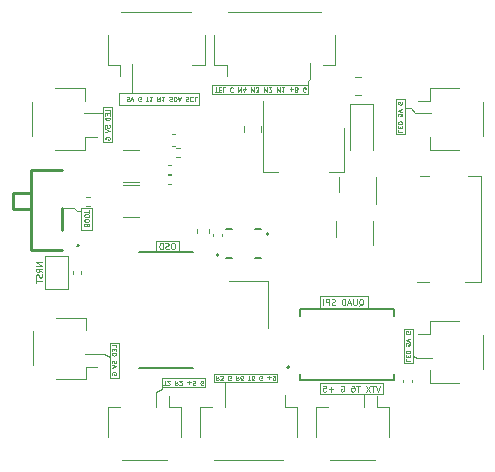
<source format=gbr>
%TF.GenerationSoftware,KiCad,Pcbnew,(6.0.4)*%
%TF.CreationDate,2023-01-18T12:07:05-06:00*%
%TF.ProjectId,Flight_Controller,466c6967-6874-45f4-936f-6e74726f6c6c,rev?*%
%TF.SameCoordinates,Original*%
%TF.FileFunction,Legend,Bot*%
%TF.FilePolarity,Positive*%
%FSLAX46Y46*%
G04 Gerber Fmt 4.6, Leading zero omitted, Abs format (unit mm)*
G04 Created by KiCad (PCBNEW (6.0.4)) date 2023-01-18 12:07:05*
%MOMM*%
%LPD*%
G01*
G04 APERTURE LIST*
%ADD10C,0.101600*%
%ADD11C,0.076200*%
%ADD12C,0.050800*%
%ADD13C,0.120000*%
%ADD14C,0.127000*%
%ADD15C,0.200000*%
%ADD16C,0.254000*%
%ADD17C,0.100000*%
G04 APERTURE END LIST*
D10*
X129200000Y-78550000D02*
X131110000Y-78550000D01*
X131110000Y-78550000D02*
X131110000Y-77650000D01*
X131110000Y-77650000D02*
X129200000Y-77650000D01*
X129200000Y-77650000D02*
X129200000Y-78550000D01*
D11*
X130684285Y-77821809D02*
X130587523Y-77821809D01*
X130539142Y-77846000D01*
X130490761Y-77894380D01*
X130466571Y-77991142D01*
X130466571Y-78160476D01*
X130490761Y-78257238D01*
X130539142Y-78305619D01*
X130587523Y-78329809D01*
X130684285Y-78329809D01*
X130732666Y-78305619D01*
X130781047Y-78257238D01*
X130805238Y-78160476D01*
X130805238Y-77991142D01*
X130781047Y-77894380D01*
X130732666Y-77846000D01*
X130684285Y-77821809D01*
X130273047Y-78305619D02*
X130200476Y-78329809D01*
X130079523Y-78329809D01*
X130031142Y-78305619D01*
X130006952Y-78281428D01*
X129982761Y-78233047D01*
X129982761Y-78184666D01*
X130006952Y-78136285D01*
X130031142Y-78112095D01*
X130079523Y-78087904D01*
X130176285Y-78063714D01*
X130224666Y-78039523D01*
X130248857Y-78015333D01*
X130273047Y-77966952D01*
X130273047Y-77918571D01*
X130248857Y-77870190D01*
X130224666Y-77846000D01*
X130176285Y-77821809D01*
X130055333Y-77821809D01*
X129982761Y-77846000D01*
X129765047Y-78329809D02*
X129765047Y-77821809D01*
X129644095Y-77821809D01*
X129571523Y-77846000D01*
X129523142Y-77894380D01*
X129498952Y-77942761D01*
X129474761Y-78039523D01*
X129474761Y-78112095D01*
X129498952Y-78208857D01*
X129523142Y-78257238D01*
X129571523Y-78305619D01*
X129644095Y-78329809D01*
X129765047Y-78329809D01*
D10*
X147160000Y-83400000D02*
X143050000Y-83400000D01*
X143050000Y-83400000D02*
X143050000Y-82330000D01*
X143050000Y-82330000D02*
X147160000Y-82330000D01*
X147160000Y-82330000D02*
X147160000Y-83400000D01*
D11*
X146374666Y-83118190D02*
X146423047Y-83094000D01*
X146471428Y-83045619D01*
X146544000Y-82973047D01*
X146592380Y-82948857D01*
X146640761Y-82948857D01*
X146616571Y-83069809D02*
X146664952Y-83045619D01*
X146713333Y-82997238D01*
X146737523Y-82900476D01*
X146737523Y-82731142D01*
X146713333Y-82634380D01*
X146664952Y-82586000D01*
X146616571Y-82561809D01*
X146519809Y-82561809D01*
X146471428Y-82586000D01*
X146423047Y-82634380D01*
X146398857Y-82731142D01*
X146398857Y-82900476D01*
X146423047Y-82997238D01*
X146471428Y-83045619D01*
X146519809Y-83069809D01*
X146616571Y-83069809D01*
X146181142Y-82561809D02*
X146181142Y-82973047D01*
X146156952Y-83021428D01*
X146132761Y-83045619D01*
X146084380Y-83069809D01*
X145987619Y-83069809D01*
X145939238Y-83045619D01*
X145915047Y-83021428D01*
X145890857Y-82973047D01*
X145890857Y-82561809D01*
X145673142Y-82924666D02*
X145431238Y-82924666D01*
X145721523Y-83069809D02*
X145552190Y-82561809D01*
X145382857Y-83069809D01*
X145213523Y-83069809D02*
X145213523Y-82561809D01*
X145092571Y-82561809D01*
X145020000Y-82586000D01*
X144971619Y-82634380D01*
X144947428Y-82682761D01*
X144923238Y-82779523D01*
X144923238Y-82852095D01*
X144947428Y-82948857D01*
X144971619Y-82997238D01*
X145020000Y-83045619D01*
X145092571Y-83069809D01*
X145213523Y-83069809D01*
X144342666Y-83045619D02*
X144270095Y-83069809D01*
X144149142Y-83069809D01*
X144100761Y-83045619D01*
X144076571Y-83021428D01*
X144052380Y-82973047D01*
X144052380Y-82924666D01*
X144076571Y-82876285D01*
X144100761Y-82852095D01*
X144149142Y-82827904D01*
X144245904Y-82803714D01*
X144294285Y-82779523D01*
X144318476Y-82755333D01*
X144342666Y-82706952D01*
X144342666Y-82658571D01*
X144318476Y-82610190D01*
X144294285Y-82586000D01*
X144245904Y-82561809D01*
X144124952Y-82561809D01*
X144052380Y-82586000D01*
X143834666Y-83069809D02*
X143834666Y-82561809D01*
X143641142Y-82561809D01*
X143592761Y-82586000D01*
X143568571Y-82610190D01*
X143544380Y-82658571D01*
X143544380Y-82731142D01*
X143568571Y-82779523D01*
X143592761Y-82803714D01*
X143641142Y-82827904D01*
X143834666Y-82827904D01*
X143326666Y-83069809D02*
X143326666Y-82561809D01*
D10*
X146830000Y-90560000D02*
X146830000Y-91720000D01*
X143080000Y-89690000D02*
X148370000Y-89690000D01*
X148370000Y-89690000D02*
X148370000Y-90560000D01*
X148370000Y-90560000D02*
X143080000Y-90560000D01*
X143080000Y-90560000D02*
X143080000Y-89690000D01*
D11*
X148131142Y-89881809D02*
X147961809Y-90389809D01*
X147792476Y-89881809D01*
X147695714Y-89881809D02*
X147405428Y-89881809D01*
X147550571Y-90389809D02*
X147550571Y-89881809D01*
X147284476Y-89881809D02*
X146945809Y-90389809D01*
X146945809Y-89881809D02*
X147284476Y-90389809D01*
X146437809Y-89881809D02*
X146147523Y-89881809D01*
X146292666Y-90389809D02*
X146292666Y-89881809D01*
X145760476Y-89881809D02*
X145857238Y-89881809D01*
X145905619Y-89906000D01*
X145929809Y-89930190D01*
X145978190Y-90002761D01*
X146002380Y-90099523D01*
X146002380Y-90293047D01*
X145978190Y-90341428D01*
X145954000Y-90365619D01*
X145905619Y-90389809D01*
X145808857Y-90389809D01*
X145760476Y-90365619D01*
X145736285Y-90341428D01*
X145712095Y-90293047D01*
X145712095Y-90172095D01*
X145736285Y-90123714D01*
X145760476Y-90099523D01*
X145808857Y-90075333D01*
X145905619Y-90075333D01*
X145954000Y-90099523D01*
X145978190Y-90123714D01*
X146002380Y-90172095D01*
X144841238Y-89906000D02*
X144889619Y-89881809D01*
X144962190Y-89881809D01*
X145034761Y-89906000D01*
X145083142Y-89954380D01*
X145107333Y-90002761D01*
X145131523Y-90099523D01*
X145131523Y-90172095D01*
X145107333Y-90268857D01*
X145083142Y-90317238D01*
X145034761Y-90365619D01*
X144962190Y-90389809D01*
X144913809Y-90389809D01*
X144841238Y-90365619D01*
X144817047Y-90341428D01*
X144817047Y-90172095D01*
X144913809Y-90172095D01*
X144212285Y-90196285D02*
X143825238Y-90196285D01*
X144018761Y-90389809D02*
X144018761Y-90002761D01*
X143341428Y-89881809D02*
X143583333Y-89881809D01*
X143607523Y-90123714D01*
X143583333Y-90099523D01*
X143534952Y-90075333D01*
X143414000Y-90075333D01*
X143365619Y-90099523D01*
X143341428Y-90123714D01*
X143317238Y-90172095D01*
X143317238Y-90293047D01*
X143341428Y-90341428D01*
X143365619Y-90365619D01*
X143414000Y-90389809D01*
X143534952Y-90389809D01*
X143583333Y-90365619D01*
X143607523Y-90341428D01*
D10*
X122520000Y-75130000D02*
X122850000Y-75130000D01*
X122290000Y-74830000D02*
X122520000Y-75130000D01*
X121210000Y-74830000D02*
X122290000Y-74830000D01*
X122850000Y-74880000D02*
X123750000Y-74880000D01*
X123750000Y-74880000D02*
X123750000Y-76750000D01*
X123750000Y-76750000D02*
X122850000Y-76750000D01*
X122850000Y-76750000D02*
X122850000Y-74880000D01*
D12*
X123327214Y-76257071D02*
X123309071Y-76202642D01*
X123290928Y-76184500D01*
X123254642Y-76166357D01*
X123200214Y-76166357D01*
X123163928Y-76184500D01*
X123145785Y-76202642D01*
X123127642Y-76238928D01*
X123127642Y-76384071D01*
X123508642Y-76384071D01*
X123508642Y-76257071D01*
X123490500Y-76220785D01*
X123472357Y-76202642D01*
X123436071Y-76184500D01*
X123399785Y-76184500D01*
X123363500Y-76202642D01*
X123345357Y-76220785D01*
X123327214Y-76257071D01*
X123327214Y-76384071D01*
X123508642Y-75930500D02*
X123508642Y-75857928D01*
X123490500Y-75821642D01*
X123454214Y-75785357D01*
X123381642Y-75767214D01*
X123254642Y-75767214D01*
X123182071Y-75785357D01*
X123145785Y-75821642D01*
X123127642Y-75857928D01*
X123127642Y-75930500D01*
X123145785Y-75966785D01*
X123182071Y-76003071D01*
X123254642Y-76021214D01*
X123381642Y-76021214D01*
X123454214Y-76003071D01*
X123490500Y-75966785D01*
X123508642Y-75930500D01*
X123508642Y-75531357D02*
X123508642Y-75458785D01*
X123490500Y-75422500D01*
X123454214Y-75386214D01*
X123381642Y-75368071D01*
X123254642Y-75368071D01*
X123182071Y-75386214D01*
X123145785Y-75422500D01*
X123127642Y-75458785D01*
X123127642Y-75531357D01*
X123145785Y-75567642D01*
X123182071Y-75603928D01*
X123254642Y-75622071D01*
X123381642Y-75622071D01*
X123454214Y-75603928D01*
X123490500Y-75567642D01*
X123508642Y-75531357D01*
X123508642Y-75259214D02*
X123508642Y-75041500D01*
X123127642Y-75150357D02*
X123508642Y-75150357D01*
D10*
X135030000Y-91730000D02*
X135030000Y-89590000D01*
X134115000Y-88860000D02*
X139425000Y-88860000D01*
X139425000Y-88860000D02*
X139425000Y-89590000D01*
X139425000Y-89590000D02*
X134115000Y-89590000D01*
X134115000Y-89590000D02*
X134115000Y-88860000D01*
D12*
X134484000Y-89047642D02*
X134357000Y-89229071D01*
X134266285Y-89047642D02*
X134266285Y-89428642D01*
X134411428Y-89428642D01*
X134447714Y-89410500D01*
X134465857Y-89392357D01*
X134484000Y-89356071D01*
X134484000Y-89301642D01*
X134465857Y-89265357D01*
X134447714Y-89247214D01*
X134411428Y-89229071D01*
X134266285Y-89229071D01*
X134611000Y-89428642D02*
X134846857Y-89428642D01*
X134719857Y-89283500D01*
X134774285Y-89283500D01*
X134810571Y-89265357D01*
X134828714Y-89247214D01*
X134846857Y-89210928D01*
X134846857Y-89120214D01*
X134828714Y-89083928D01*
X134810571Y-89065785D01*
X134774285Y-89047642D01*
X134665428Y-89047642D01*
X134629142Y-89065785D01*
X134611000Y-89083928D01*
X135500000Y-89410500D02*
X135463714Y-89428642D01*
X135409285Y-89428642D01*
X135354857Y-89410500D01*
X135318571Y-89374214D01*
X135300428Y-89337928D01*
X135282285Y-89265357D01*
X135282285Y-89210928D01*
X135300428Y-89138357D01*
X135318571Y-89102071D01*
X135354857Y-89065785D01*
X135409285Y-89047642D01*
X135445571Y-89047642D01*
X135500000Y-89065785D01*
X135518142Y-89083928D01*
X135518142Y-89210928D01*
X135445571Y-89210928D01*
X136189428Y-89047642D02*
X136062428Y-89229071D01*
X135971714Y-89047642D02*
X135971714Y-89428642D01*
X136116857Y-89428642D01*
X136153142Y-89410500D01*
X136171285Y-89392357D01*
X136189428Y-89356071D01*
X136189428Y-89301642D01*
X136171285Y-89265357D01*
X136153142Y-89247214D01*
X136116857Y-89229071D01*
X135971714Y-89229071D01*
X136516000Y-89428642D02*
X136443428Y-89428642D01*
X136407142Y-89410500D01*
X136389000Y-89392357D01*
X136352714Y-89337928D01*
X136334571Y-89265357D01*
X136334571Y-89120214D01*
X136352714Y-89083928D01*
X136370857Y-89065785D01*
X136407142Y-89047642D01*
X136479714Y-89047642D01*
X136516000Y-89065785D01*
X136534142Y-89083928D01*
X136552285Y-89120214D01*
X136552285Y-89210928D01*
X136534142Y-89247214D01*
X136516000Y-89265357D01*
X136479714Y-89283500D01*
X136407142Y-89283500D01*
X136370857Y-89265357D01*
X136352714Y-89247214D01*
X136334571Y-89210928D01*
X136951428Y-89428642D02*
X137169142Y-89428642D01*
X137060285Y-89047642D02*
X137060285Y-89428642D01*
X137459428Y-89428642D02*
X137386857Y-89428642D01*
X137350571Y-89410500D01*
X137332428Y-89392357D01*
X137296142Y-89337928D01*
X137278000Y-89265357D01*
X137278000Y-89120214D01*
X137296142Y-89083928D01*
X137314285Y-89065785D01*
X137350571Y-89047642D01*
X137423142Y-89047642D01*
X137459428Y-89065785D01*
X137477571Y-89083928D01*
X137495714Y-89120214D01*
X137495714Y-89210928D01*
X137477571Y-89247214D01*
X137459428Y-89265357D01*
X137423142Y-89283500D01*
X137350571Y-89283500D01*
X137314285Y-89265357D01*
X137296142Y-89247214D01*
X137278000Y-89210928D01*
X138148857Y-89410500D02*
X138112571Y-89428642D01*
X138058142Y-89428642D01*
X138003714Y-89410500D01*
X137967428Y-89374214D01*
X137949285Y-89337928D01*
X137931142Y-89265357D01*
X137931142Y-89210928D01*
X137949285Y-89138357D01*
X137967428Y-89102071D01*
X138003714Y-89065785D01*
X138058142Y-89047642D01*
X138094428Y-89047642D01*
X138148857Y-89065785D01*
X138167000Y-89083928D01*
X138167000Y-89210928D01*
X138094428Y-89210928D01*
X138620571Y-89192785D02*
X138910857Y-89192785D01*
X138765714Y-89047642D02*
X138765714Y-89337928D01*
X139110428Y-89047642D02*
X139183000Y-89047642D01*
X139219285Y-89065785D01*
X139237428Y-89083928D01*
X139273714Y-89138357D01*
X139291857Y-89210928D01*
X139291857Y-89356071D01*
X139273714Y-89392357D01*
X139255571Y-89410500D01*
X139219285Y-89428642D01*
X139146714Y-89428642D01*
X139110428Y-89410500D01*
X139092285Y-89392357D01*
X139074142Y-89356071D01*
X139074142Y-89265357D01*
X139092285Y-89229071D01*
X139110428Y-89210928D01*
X139146714Y-89192785D01*
X139219285Y-89192785D01*
X139255571Y-89210928D01*
X139273714Y-89229071D01*
X139291857Y-89265357D01*
D10*
X129740000Y-90180000D02*
X129740000Y-89990000D01*
X129220000Y-90460000D02*
X129740000Y-90180000D01*
X129220000Y-91710000D02*
X129220000Y-90460000D01*
X129660000Y-89260000D02*
X133380000Y-89260000D01*
X133380000Y-89260000D02*
X133380000Y-89990000D01*
X133380000Y-89990000D02*
X129660000Y-89990000D01*
X129660000Y-89990000D02*
X129660000Y-89260000D01*
D12*
X129804571Y-89838642D02*
X130022285Y-89838642D01*
X129913428Y-89457642D02*
X129913428Y-89838642D01*
X130131142Y-89802357D02*
X130149285Y-89820500D01*
X130185571Y-89838642D01*
X130276285Y-89838642D01*
X130312571Y-89820500D01*
X130330714Y-89802357D01*
X130348857Y-89766071D01*
X130348857Y-89729785D01*
X130330714Y-89675357D01*
X130113000Y-89457642D01*
X130348857Y-89457642D01*
X131020142Y-89457642D02*
X130893142Y-89639071D01*
X130802428Y-89457642D02*
X130802428Y-89838642D01*
X130947571Y-89838642D01*
X130983857Y-89820500D01*
X131002000Y-89802357D01*
X131020142Y-89766071D01*
X131020142Y-89711642D01*
X131002000Y-89675357D01*
X130983857Y-89657214D01*
X130947571Y-89639071D01*
X130802428Y-89639071D01*
X131165285Y-89802357D02*
X131183428Y-89820500D01*
X131219714Y-89838642D01*
X131310428Y-89838642D01*
X131346714Y-89820500D01*
X131364857Y-89802357D01*
X131383000Y-89766071D01*
X131383000Y-89729785D01*
X131364857Y-89675357D01*
X131147142Y-89457642D01*
X131383000Y-89457642D01*
X131836571Y-89602785D02*
X132126857Y-89602785D01*
X131981714Y-89457642D02*
X131981714Y-89747928D01*
X132489714Y-89838642D02*
X132308285Y-89838642D01*
X132290142Y-89657214D01*
X132308285Y-89675357D01*
X132344571Y-89693500D01*
X132435285Y-89693500D01*
X132471571Y-89675357D01*
X132489714Y-89657214D01*
X132507857Y-89620928D01*
X132507857Y-89530214D01*
X132489714Y-89493928D01*
X132471571Y-89475785D01*
X132435285Y-89457642D01*
X132344571Y-89457642D01*
X132308285Y-89475785D01*
X132290142Y-89493928D01*
X133161000Y-89820500D02*
X133124714Y-89838642D01*
X133070285Y-89838642D01*
X133015857Y-89820500D01*
X132979571Y-89784214D01*
X132961428Y-89747928D01*
X132943285Y-89675357D01*
X132943285Y-89620928D01*
X132961428Y-89548357D01*
X132979571Y-89512071D01*
X133015857Y-89475785D01*
X133070285Y-89457642D01*
X133106571Y-89457642D01*
X133161000Y-89475785D01*
X133179142Y-89493928D01*
X133179142Y-89620928D01*
X133106571Y-89620928D01*
D11*
X119539809Y-79445428D02*
X119031809Y-79445428D01*
X119539809Y-79735714D01*
X119031809Y-79735714D01*
X119539809Y-80267904D02*
X119297904Y-80098571D01*
X119539809Y-79977619D02*
X119031809Y-79977619D01*
X119031809Y-80171142D01*
X119056000Y-80219523D01*
X119080190Y-80243714D01*
X119128571Y-80267904D01*
X119201142Y-80267904D01*
X119249523Y-80243714D01*
X119273714Y-80219523D01*
X119297904Y-80171142D01*
X119297904Y-79977619D01*
X119515619Y-80461428D02*
X119539809Y-80534000D01*
X119539809Y-80654952D01*
X119515619Y-80703333D01*
X119491428Y-80727523D01*
X119443047Y-80751714D01*
X119394666Y-80751714D01*
X119346285Y-80727523D01*
X119322095Y-80703333D01*
X119297904Y-80654952D01*
X119273714Y-80558190D01*
X119249523Y-80509809D01*
X119225333Y-80485619D01*
X119176952Y-80461428D01*
X119128571Y-80461428D01*
X119080190Y-80485619D01*
X119056000Y-80509809D01*
X119031809Y-80558190D01*
X119031809Y-80679142D01*
X119056000Y-80751714D01*
X119031809Y-80896857D02*
X119031809Y-81187142D01*
X119539809Y-81042000D02*
X119031809Y-81042000D01*
D10*
X123070000Y-66800000D02*
X124710000Y-66800000D01*
X125470000Y-69275000D02*
X124710000Y-69275000D01*
X124710000Y-69275000D02*
X124710000Y-66325000D01*
X124710000Y-66325000D02*
X125470000Y-66325000D01*
X125470000Y-66325000D02*
X125470000Y-69275000D01*
D12*
X125282357Y-66714571D02*
X125282357Y-66533142D01*
X124901357Y-66533142D01*
X125082785Y-66841571D02*
X125082785Y-66968571D01*
X125282357Y-67023000D02*
X125282357Y-66841571D01*
X124901357Y-66841571D01*
X124901357Y-67023000D01*
X125282357Y-67186285D02*
X124901357Y-67186285D01*
X124901357Y-67277000D01*
X124919500Y-67331428D01*
X124955785Y-67367714D01*
X124992071Y-67385857D01*
X125064642Y-67404000D01*
X125119071Y-67404000D01*
X125191642Y-67385857D01*
X125227928Y-67367714D01*
X125264214Y-67331428D01*
X125282357Y-67277000D01*
X125282357Y-67186285D01*
X124901357Y-68039000D02*
X124901357Y-67857571D01*
X125082785Y-67839428D01*
X125064642Y-67857571D01*
X125046500Y-67893857D01*
X125046500Y-67984571D01*
X125064642Y-68020857D01*
X125082785Y-68039000D01*
X125119071Y-68057142D01*
X125209785Y-68057142D01*
X125246071Y-68039000D01*
X125264214Y-68020857D01*
X125282357Y-67984571D01*
X125282357Y-67893857D01*
X125264214Y-67857571D01*
X125246071Y-67839428D01*
X124901357Y-68166000D02*
X125282357Y-68293000D01*
X124901357Y-68420000D01*
X124919500Y-69036857D02*
X124901357Y-69000571D01*
X124901357Y-68946142D01*
X124919500Y-68891714D01*
X124955785Y-68855428D01*
X124992071Y-68837285D01*
X125064642Y-68819142D01*
X125119071Y-68819142D01*
X125191642Y-68837285D01*
X125227928Y-68855428D01*
X125264214Y-68891714D01*
X125282357Y-68946142D01*
X125282357Y-68982428D01*
X125264214Y-69036857D01*
X125246071Y-69055000D01*
X125119071Y-69055000D01*
X125119071Y-68982428D01*
D10*
X124760000Y-87230000D02*
X125260000Y-87450000D01*
X123150000Y-87230000D02*
X124760000Y-87230000D01*
X126020000Y-89205000D02*
X125260000Y-89205000D01*
X125260000Y-89205000D02*
X125260000Y-86255000D01*
X125260000Y-86255000D02*
X126020000Y-86255000D01*
X126020000Y-86255000D02*
X126020000Y-89205000D01*
D12*
X125832357Y-86644571D02*
X125832357Y-86463142D01*
X125451357Y-86463142D01*
X125632785Y-86771571D02*
X125632785Y-86898571D01*
X125832357Y-86953000D02*
X125832357Y-86771571D01*
X125451357Y-86771571D01*
X125451357Y-86953000D01*
X125832357Y-87116285D02*
X125451357Y-87116285D01*
X125451357Y-87207000D01*
X125469500Y-87261428D01*
X125505785Y-87297714D01*
X125542071Y-87315857D01*
X125614642Y-87334000D01*
X125669071Y-87334000D01*
X125741642Y-87315857D01*
X125777928Y-87297714D01*
X125814214Y-87261428D01*
X125832357Y-87207000D01*
X125832357Y-87116285D01*
X125451357Y-87969000D02*
X125451357Y-87787571D01*
X125632785Y-87769428D01*
X125614642Y-87787571D01*
X125596500Y-87823857D01*
X125596500Y-87914571D01*
X125614642Y-87950857D01*
X125632785Y-87969000D01*
X125669071Y-87987142D01*
X125759785Y-87987142D01*
X125796071Y-87969000D01*
X125814214Y-87950857D01*
X125832357Y-87914571D01*
X125832357Y-87823857D01*
X125814214Y-87787571D01*
X125796071Y-87769428D01*
X125451357Y-88096000D02*
X125832357Y-88223000D01*
X125451357Y-88350000D01*
X125469500Y-88966857D02*
X125451357Y-88930571D01*
X125451357Y-88876142D01*
X125469500Y-88821714D01*
X125505785Y-88785428D01*
X125542071Y-88767285D01*
X125614642Y-88749142D01*
X125669071Y-88749142D01*
X125741642Y-88767285D01*
X125777928Y-88785428D01*
X125814214Y-88821714D01*
X125832357Y-88876142D01*
X125832357Y-88912428D01*
X125814214Y-88966857D01*
X125796071Y-88985000D01*
X125669071Y-88985000D01*
X125669071Y-88912428D01*
D10*
X151310000Y-87550000D02*
X152590000Y-87550000D01*
X150910000Y-87350000D02*
X151310000Y-87550000D01*
X150150000Y-85055000D02*
X150910000Y-85055000D01*
X150910000Y-85055000D02*
X150910000Y-88005000D01*
X150910000Y-88005000D02*
X150150000Y-88005000D01*
X150150000Y-88005000D02*
X150150000Y-85055000D01*
D12*
X150337642Y-87615428D02*
X150337642Y-87796857D01*
X150718642Y-87796857D01*
X150537214Y-87488428D02*
X150537214Y-87361428D01*
X150337642Y-87307000D02*
X150337642Y-87488428D01*
X150718642Y-87488428D01*
X150718642Y-87307000D01*
X150337642Y-87143714D02*
X150718642Y-87143714D01*
X150718642Y-87053000D01*
X150700500Y-86998571D01*
X150664214Y-86962285D01*
X150627928Y-86944142D01*
X150555357Y-86926000D01*
X150500928Y-86926000D01*
X150428357Y-86944142D01*
X150392071Y-86962285D01*
X150355785Y-86998571D01*
X150337642Y-87053000D01*
X150337642Y-87143714D01*
X150718642Y-86291000D02*
X150718642Y-86472428D01*
X150537214Y-86490571D01*
X150555357Y-86472428D01*
X150573500Y-86436142D01*
X150573500Y-86345428D01*
X150555357Y-86309142D01*
X150537214Y-86291000D01*
X150500928Y-86272857D01*
X150410214Y-86272857D01*
X150373928Y-86291000D01*
X150355785Y-86309142D01*
X150337642Y-86345428D01*
X150337642Y-86436142D01*
X150355785Y-86472428D01*
X150373928Y-86490571D01*
X150718642Y-86164000D02*
X150337642Y-86037000D01*
X150718642Y-85910000D01*
X150700500Y-85293142D02*
X150718642Y-85329428D01*
X150718642Y-85383857D01*
X150700500Y-85438285D01*
X150664214Y-85474571D01*
X150627928Y-85492714D01*
X150555357Y-85510857D01*
X150500928Y-85510857D01*
X150428357Y-85492714D01*
X150392071Y-85474571D01*
X150355785Y-85438285D01*
X150337642Y-85383857D01*
X150337642Y-85347571D01*
X150355785Y-85293142D01*
X150373928Y-85275000D01*
X150500928Y-85275000D01*
X150500928Y-85347571D01*
D10*
X150760000Y-66420000D02*
X150280000Y-66420000D01*
X151130000Y-66800000D02*
X150760000Y-66420000D01*
X152480000Y-66800000D02*
X151130000Y-66800000D01*
X149490000Y-65640000D02*
X150250000Y-65640000D01*
X150250000Y-65640000D02*
X150250000Y-68590000D01*
X150250000Y-68590000D02*
X149490000Y-68590000D01*
X149490000Y-68590000D02*
X149490000Y-65640000D01*
D12*
X149677642Y-68200428D02*
X149677642Y-68381857D01*
X150058642Y-68381857D01*
X149877214Y-68073428D02*
X149877214Y-67946428D01*
X149677642Y-67892000D02*
X149677642Y-68073428D01*
X150058642Y-68073428D01*
X150058642Y-67892000D01*
X149677642Y-67728714D02*
X150058642Y-67728714D01*
X150058642Y-67638000D01*
X150040500Y-67583571D01*
X150004214Y-67547285D01*
X149967928Y-67529142D01*
X149895357Y-67511000D01*
X149840928Y-67511000D01*
X149768357Y-67529142D01*
X149732071Y-67547285D01*
X149695785Y-67583571D01*
X149677642Y-67638000D01*
X149677642Y-67728714D01*
X150058642Y-66876000D02*
X150058642Y-67057428D01*
X149877214Y-67075571D01*
X149895357Y-67057428D01*
X149913500Y-67021142D01*
X149913500Y-66930428D01*
X149895357Y-66894142D01*
X149877214Y-66876000D01*
X149840928Y-66857857D01*
X149750214Y-66857857D01*
X149713928Y-66876000D01*
X149695785Y-66894142D01*
X149677642Y-66930428D01*
X149677642Y-67021142D01*
X149695785Y-67057428D01*
X149713928Y-67075571D01*
X150058642Y-66749000D02*
X149677642Y-66622000D01*
X150058642Y-66495000D01*
X150040500Y-65878142D02*
X150058642Y-65914428D01*
X150058642Y-65968857D01*
X150040500Y-66023285D01*
X150004214Y-66059571D01*
X149967928Y-66077714D01*
X149895357Y-66095857D01*
X149840928Y-66095857D01*
X149768357Y-66077714D01*
X149732071Y-66059571D01*
X149695785Y-66023285D01*
X149677642Y-65968857D01*
X149677642Y-65932571D01*
X149695785Y-65878142D01*
X149713928Y-65860000D01*
X149840928Y-65860000D01*
X149840928Y-65932571D01*
D10*
X142060000Y-64110000D02*
X142230000Y-63950000D01*
X142060000Y-64450000D02*
X142060000Y-64110000D01*
X142230000Y-62570000D02*
X142230000Y-63950000D01*
X133970000Y-64450000D02*
X142060000Y-64450000D01*
X142060000Y-64450000D02*
X142060000Y-65200000D01*
X142060000Y-65200000D02*
X133970000Y-65200000D01*
X133970000Y-65200000D02*
X133970000Y-64450000D01*
D12*
X134184642Y-65018642D02*
X134402357Y-65018642D01*
X134293500Y-64637642D02*
X134293500Y-65018642D01*
X134529357Y-64837214D02*
X134656357Y-64837214D01*
X134710785Y-64637642D02*
X134529357Y-64637642D01*
X134529357Y-65018642D01*
X134710785Y-65018642D01*
X135055500Y-64637642D02*
X134874071Y-64637642D01*
X134874071Y-65018642D01*
X135690500Y-64673928D02*
X135672357Y-64655785D01*
X135617928Y-64637642D01*
X135581642Y-64637642D01*
X135527214Y-64655785D01*
X135490928Y-64692071D01*
X135472785Y-64728357D01*
X135454642Y-64800928D01*
X135454642Y-64855357D01*
X135472785Y-64927928D01*
X135490928Y-64964214D01*
X135527214Y-65000500D01*
X135581642Y-65018642D01*
X135617928Y-65018642D01*
X135672357Y-65000500D01*
X135690500Y-64982357D01*
X136144071Y-64637642D02*
X136144071Y-65018642D01*
X136271071Y-64746500D01*
X136398071Y-65018642D01*
X136398071Y-64637642D01*
X136742785Y-64891642D02*
X136742785Y-64637642D01*
X136652071Y-65036785D02*
X136561357Y-64764642D01*
X136797214Y-64764642D01*
X137232642Y-64637642D02*
X137232642Y-65018642D01*
X137359642Y-64746500D01*
X137486642Y-65018642D01*
X137486642Y-64637642D01*
X137631785Y-65018642D02*
X137867642Y-65018642D01*
X137740642Y-64873500D01*
X137795071Y-64873500D01*
X137831357Y-64855357D01*
X137849500Y-64837214D01*
X137867642Y-64800928D01*
X137867642Y-64710214D01*
X137849500Y-64673928D01*
X137831357Y-64655785D01*
X137795071Y-64637642D01*
X137686214Y-64637642D01*
X137649928Y-64655785D01*
X137631785Y-64673928D01*
X138321214Y-64637642D02*
X138321214Y-65018642D01*
X138448214Y-64746500D01*
X138575214Y-65018642D01*
X138575214Y-64637642D01*
X138738500Y-64982357D02*
X138756642Y-65000500D01*
X138792928Y-65018642D01*
X138883642Y-65018642D01*
X138919928Y-65000500D01*
X138938071Y-64982357D01*
X138956214Y-64946071D01*
X138956214Y-64909785D01*
X138938071Y-64855357D01*
X138720357Y-64637642D01*
X138956214Y-64637642D01*
X139409785Y-64637642D02*
X139409785Y-65018642D01*
X139536785Y-64746500D01*
X139663785Y-65018642D01*
X139663785Y-64637642D01*
X140044785Y-64637642D02*
X139827071Y-64637642D01*
X139935928Y-64637642D02*
X139935928Y-65018642D01*
X139899642Y-64964214D01*
X139863357Y-64927928D01*
X139827071Y-64909785D01*
X140498357Y-64782785D02*
X140788642Y-64782785D01*
X140643500Y-64637642D02*
X140643500Y-64927928D01*
X141097071Y-64837214D02*
X141151500Y-64819071D01*
X141169642Y-64800928D01*
X141187785Y-64764642D01*
X141187785Y-64710214D01*
X141169642Y-64673928D01*
X141151500Y-64655785D01*
X141115214Y-64637642D01*
X140970071Y-64637642D01*
X140970071Y-65018642D01*
X141097071Y-65018642D01*
X141133357Y-65000500D01*
X141151500Y-64982357D01*
X141169642Y-64946071D01*
X141169642Y-64909785D01*
X141151500Y-64873500D01*
X141133357Y-64855357D01*
X141097071Y-64837214D01*
X140970071Y-64837214D01*
X141840928Y-65000500D02*
X141804642Y-65018642D01*
X141750214Y-65018642D01*
X141695785Y-65000500D01*
X141659500Y-64964214D01*
X141641357Y-64927928D01*
X141623214Y-64855357D01*
X141623214Y-64800928D01*
X141641357Y-64728357D01*
X141659500Y-64692071D01*
X141695785Y-64655785D01*
X141750214Y-64637642D01*
X141786500Y-64637642D01*
X141840928Y-64655785D01*
X141859071Y-64673928D01*
X141859071Y-64800928D01*
X141786500Y-64800928D01*
D10*
X126080000Y-65150000D02*
X132840000Y-65150000D01*
X132840000Y-65150000D02*
X132840000Y-66110000D01*
X132840000Y-66110000D02*
X126080000Y-66110000D01*
X126080000Y-66110000D02*
X126080000Y-65150000D01*
D12*
X126901357Y-65798642D02*
X126719928Y-65798642D01*
X126701785Y-65617214D01*
X126719928Y-65635357D01*
X126756214Y-65653500D01*
X126846928Y-65653500D01*
X126883214Y-65635357D01*
X126901357Y-65617214D01*
X126919500Y-65580928D01*
X126919500Y-65490214D01*
X126901357Y-65453928D01*
X126883214Y-65435785D01*
X126846928Y-65417642D01*
X126756214Y-65417642D01*
X126719928Y-65435785D01*
X126701785Y-65453928D01*
X127028357Y-65798642D02*
X127155357Y-65417642D01*
X127282357Y-65798642D01*
X127899214Y-65780500D02*
X127862928Y-65798642D01*
X127808500Y-65798642D01*
X127754071Y-65780500D01*
X127717785Y-65744214D01*
X127699642Y-65707928D01*
X127681500Y-65635357D01*
X127681500Y-65580928D01*
X127699642Y-65508357D01*
X127717785Y-65472071D01*
X127754071Y-65435785D01*
X127808500Y-65417642D01*
X127844785Y-65417642D01*
X127899214Y-65435785D01*
X127917357Y-65453928D01*
X127917357Y-65580928D01*
X127844785Y-65580928D01*
X128316500Y-65798642D02*
X128534214Y-65798642D01*
X128425357Y-65417642D02*
X128425357Y-65798642D01*
X128860785Y-65417642D02*
X128643071Y-65417642D01*
X128751928Y-65417642D02*
X128751928Y-65798642D01*
X128715642Y-65744214D01*
X128679357Y-65707928D01*
X128643071Y-65689785D01*
X129532071Y-65417642D02*
X129405071Y-65599071D01*
X129314357Y-65417642D02*
X129314357Y-65798642D01*
X129459500Y-65798642D01*
X129495785Y-65780500D01*
X129513928Y-65762357D01*
X129532071Y-65726071D01*
X129532071Y-65671642D01*
X129513928Y-65635357D01*
X129495785Y-65617214D01*
X129459500Y-65599071D01*
X129314357Y-65599071D01*
X129894928Y-65417642D02*
X129677214Y-65417642D01*
X129786071Y-65417642D02*
X129786071Y-65798642D01*
X129749785Y-65744214D01*
X129713500Y-65707928D01*
X129677214Y-65689785D01*
X130330357Y-65435785D02*
X130384785Y-65417642D01*
X130475500Y-65417642D01*
X130511785Y-65435785D01*
X130529928Y-65453928D01*
X130548071Y-65490214D01*
X130548071Y-65526500D01*
X130529928Y-65562785D01*
X130511785Y-65580928D01*
X130475500Y-65599071D01*
X130402928Y-65617214D01*
X130366642Y-65635357D01*
X130348500Y-65653500D01*
X130330357Y-65689785D01*
X130330357Y-65726071D01*
X130348500Y-65762357D01*
X130366642Y-65780500D01*
X130402928Y-65798642D01*
X130493642Y-65798642D01*
X130548071Y-65780500D01*
X130711357Y-65417642D02*
X130711357Y-65798642D01*
X130802071Y-65798642D01*
X130856500Y-65780500D01*
X130892785Y-65744214D01*
X130910928Y-65707928D01*
X130929071Y-65635357D01*
X130929071Y-65580928D01*
X130910928Y-65508357D01*
X130892785Y-65472071D01*
X130856500Y-65435785D01*
X130802071Y-65417642D01*
X130711357Y-65417642D01*
X131074214Y-65526500D02*
X131255642Y-65526500D01*
X131037928Y-65417642D02*
X131164928Y-65798642D01*
X131291928Y-65417642D01*
X131691071Y-65435785D02*
X131745500Y-65417642D01*
X131836214Y-65417642D01*
X131872500Y-65435785D01*
X131890642Y-65453928D01*
X131908785Y-65490214D01*
X131908785Y-65526500D01*
X131890642Y-65562785D01*
X131872500Y-65580928D01*
X131836214Y-65599071D01*
X131763642Y-65617214D01*
X131727357Y-65635357D01*
X131709214Y-65653500D01*
X131691071Y-65689785D01*
X131691071Y-65726071D01*
X131709214Y-65762357D01*
X131727357Y-65780500D01*
X131763642Y-65798642D01*
X131854357Y-65798642D01*
X131908785Y-65780500D01*
X132289785Y-65453928D02*
X132271642Y-65435785D01*
X132217214Y-65417642D01*
X132180928Y-65417642D01*
X132126500Y-65435785D01*
X132090214Y-65472071D01*
X132072071Y-65508357D01*
X132053928Y-65580928D01*
X132053928Y-65635357D01*
X132072071Y-65707928D01*
X132090214Y-65744214D01*
X132126500Y-65780500D01*
X132180928Y-65798642D01*
X132217214Y-65798642D01*
X132271642Y-65780500D01*
X132289785Y-65762357D01*
X132634500Y-65417642D02*
X132453071Y-65417642D01*
X132453071Y-65798642D01*
D10*
X127190000Y-62650000D02*
X127190000Y-65150000D01*
D13*
%TO.C,C22*%
X138095000Y-68431252D02*
X138095000Y-67908748D01*
X136625000Y-68431252D02*
X136625000Y-67908748D01*
%TO.C,J5*%
X135310000Y-58240000D02*
X143190000Y-58240000D01*
X135190000Y-62710000D02*
X135190000Y-63700000D01*
X134140000Y-62710000D02*
X135190000Y-62710000D01*
X134140000Y-60210000D02*
X134140000Y-62710000D01*
X144360000Y-60210000D02*
X144360000Y-62710000D01*
X144360000Y-62710000D02*
X143310000Y-62710000D01*
%TO.C,R20*%
X130483641Y-71950000D02*
X130176359Y-71950000D01*
X130483641Y-71190000D02*
X130176359Y-71190000D01*
%TO.C,C27*%
X130840580Y-68565000D02*
X130559420Y-68565000D01*
X130840580Y-69585000D02*
X130559420Y-69585000D01*
%TO.C,J8*%
X126140000Y-62710000D02*
X126140000Y-63700000D01*
X133310000Y-62710000D02*
X132260000Y-62710000D01*
X125090000Y-62710000D02*
X126140000Y-62710000D01*
X125090000Y-60210000D02*
X125090000Y-62710000D01*
X133310000Y-60210000D02*
X133310000Y-62710000D01*
X126260000Y-58240000D02*
X132140000Y-58240000D01*
%TO.C,Y1*%
X138660000Y-81010000D02*
X138660000Y-85010000D01*
X135360000Y-81010000D02*
X138660000Y-81010000D01*
%TO.C,C15*%
X145998748Y-65265000D02*
X146521252Y-65265000D01*
X145998748Y-63795000D02*
X146521252Y-63795000D01*
%TO.C,Q1*%
X144700000Y-72870000D02*
X144700000Y-73520000D01*
X147820000Y-72870000D02*
X147820000Y-74545000D01*
X144700000Y-72870000D02*
X144700000Y-72220000D01*
X147820000Y-72870000D02*
X147820000Y-72220000D01*
%TO.C,R19*%
X130186359Y-72090000D02*
X130493641Y-72090000D01*
X130186359Y-72850000D02*
X130493641Y-72850000D01*
D14*
%TO.C,U4*%
X141380000Y-83425000D02*
X141380000Y-83980000D01*
X149380000Y-83425000D02*
X149380000Y-83980000D01*
X141380000Y-83425000D02*
X149380000Y-83425000D01*
X149380000Y-89425000D02*
X149380000Y-88870000D01*
X141380000Y-89425000D02*
X141380000Y-88870000D01*
X141380000Y-89425000D02*
X149380000Y-89425000D01*
D15*
X140480000Y-88330000D02*
G75*
G03*
X140480000Y-88330000I-100000J0D01*
G01*
D13*
%TO.C,J2*%
X152375000Y-84425000D02*
X152375000Y-85475000D01*
X154875000Y-89645000D02*
X152375000Y-89645000D01*
X154875000Y-84425000D02*
X152375000Y-84425000D01*
X156845000Y-85595000D02*
X156845000Y-88475000D01*
X152375000Y-85475000D02*
X151385000Y-85475000D01*
X152375000Y-89645000D02*
X152375000Y-88595000D01*
%TO.C,C43*%
X122860000Y-80192164D02*
X122860000Y-80407836D01*
X122140000Y-80192164D02*
X122140000Y-80407836D01*
D16*
%TO.C,SW1*%
X117110000Y-73610000D02*
X118610000Y-73610000D01*
X117110000Y-74910000D02*
X117110000Y-73610000D01*
X121210000Y-76713670D02*
X121210000Y-74864670D01*
X118610000Y-71660000D02*
X118610000Y-78360000D01*
X118610000Y-74910000D02*
X117110000Y-74910000D01*
X118610000Y-78360000D02*
X121210000Y-78360000D01*
X121210000Y-71660000D02*
X118610000Y-71660000D01*
X122602670Y-78030330D02*
G75*
G03*
X122602670Y-78030330I-54000J0D01*
G01*
D13*
%TO.C,J1*%
X154875000Y-69920000D02*
X152375000Y-69920000D01*
X152375000Y-65750000D02*
X151385000Y-65750000D01*
X156845000Y-65870000D02*
X156845000Y-68750000D01*
X152375000Y-64700000D02*
X152375000Y-65750000D01*
X154875000Y-64700000D02*
X152375000Y-64700000D01*
X152375000Y-69920000D02*
X152375000Y-68870000D01*
%TO.C,C4*%
X134760000Y-77232836D02*
X134760000Y-77017164D01*
X134040000Y-77232836D02*
X134040000Y-77017164D01*
%TO.C,U5*%
X145100000Y-68030000D02*
X145100000Y-71790000D01*
X138280000Y-71790000D02*
X139540000Y-71790000D01*
X145100000Y-71790000D02*
X143840000Y-71790000D01*
X138280000Y-65780000D02*
X138280000Y-71790000D01*
%TO.C,J6*%
X125115000Y-91715000D02*
X126165000Y-91715000D01*
X131335000Y-91715000D02*
X130285000Y-91715000D01*
X130285000Y-91715000D02*
X130285000Y-90725000D01*
X130165000Y-96185000D02*
X126285000Y-96185000D01*
X131335000Y-94215000D02*
X131335000Y-91715000D01*
X125115000Y-94215000D02*
X125115000Y-91715000D01*
%TO.C,J3*%
X123170000Y-64700000D02*
X123170000Y-65750000D01*
X123170000Y-69920000D02*
X123170000Y-68870000D01*
X120670000Y-69920000D02*
X123170000Y-69920000D01*
X118700000Y-68750000D02*
X118700000Y-65870000D01*
X120670000Y-64700000D02*
X123170000Y-64700000D01*
X123170000Y-68870000D02*
X124160000Y-68870000D01*
%TO.C,D1*%
X145580000Y-66020000D02*
X145580000Y-69920000D01*
X145580000Y-66020000D02*
X147580000Y-66020000D01*
X147580000Y-66020000D02*
X147580000Y-69920000D01*
%TO.C,R26*%
X123296359Y-73895000D02*
X123603641Y-73895000D01*
X123296359Y-74655000D02*
X123603641Y-74655000D01*
%TO.C,C7*%
X132665000Y-76940580D02*
X132665000Y-76659420D01*
X133685000Y-76940580D02*
X133685000Y-76659420D01*
%TO.C,R17*%
X130896359Y-69770000D02*
X131203641Y-69770000D01*
X130896359Y-70530000D02*
X131203641Y-70530000D01*
%TO.C,C29*%
X126363748Y-72660000D02*
X127786252Y-72660000D01*
X126363748Y-69940000D02*
X127786252Y-69940000D01*
%TO.C,C14*%
X150115000Y-89582836D02*
X150115000Y-89367164D01*
X150835000Y-89582836D02*
X150835000Y-89367164D01*
%TO.C,C31*%
X126363748Y-75610000D02*
X127786252Y-75610000D01*
X126363748Y-72890000D02*
X127786252Y-72890000D01*
%TO.C,J4*%
X120735000Y-89340000D02*
X123235000Y-89340000D01*
X118765000Y-88170000D02*
X118765000Y-85290000D01*
X123235000Y-84120000D02*
X123235000Y-85170000D01*
X123235000Y-89340000D02*
X123235000Y-88290000D01*
X123235000Y-88290000D02*
X124225000Y-88290000D01*
X120735000Y-84120000D02*
X123235000Y-84120000D01*
%TO.C,J11*%
X142715000Y-91715000D02*
X143765000Y-91715000D01*
X147765000Y-96185000D02*
X143885000Y-96185000D01*
X148935000Y-94215000D02*
X148935000Y-91715000D01*
X142715000Y-94215000D02*
X142715000Y-91715000D01*
X148935000Y-91715000D02*
X147885000Y-91715000D01*
X147885000Y-91715000D02*
X147885000Y-90725000D01*
%TO.C,D2*%
X147580000Y-75970000D02*
X147580000Y-77970000D01*
X144460000Y-77270000D02*
X144460000Y-75970000D01*
%TO.C,JP1*%
X119775000Y-81700000D02*
X121775000Y-81700000D01*
X121775000Y-78900000D02*
X119775000Y-78900000D01*
X121775000Y-81700000D02*
X121775000Y-78900000D01*
X119775000Y-78900000D02*
X119775000Y-81700000D01*
D14*
%TO.C,U2*%
X132285000Y-88360000D02*
X127785000Y-88360000D01*
X132285000Y-78560000D02*
X127785000Y-78560000D01*
D15*
X134490000Y-78825000D02*
G75*
G03*
X134490000Y-78825000I-100000J0D01*
G01*
D13*
%TO.C,J7*%
X132920000Y-94205000D02*
X132920000Y-91705000D01*
X139970000Y-96175000D02*
X134090000Y-96175000D01*
X132920000Y-91705000D02*
X133970000Y-91705000D01*
X140090000Y-91705000D02*
X140090000Y-90715000D01*
X141140000Y-91705000D02*
X140090000Y-91705000D01*
X141140000Y-94205000D02*
X141140000Y-91705000D01*
D17*
%TO.C,P1*%
X151570000Y-72140000D02*
X152320000Y-72140000D01*
X156747000Y-72170000D02*
X156747000Y-72170000D01*
X156747000Y-72170000D02*
X155570000Y-72170000D01*
X156747000Y-72170000D02*
X156747000Y-72170000D01*
X156747000Y-81110000D02*
X156747000Y-81110000D01*
X156747000Y-81110000D02*
X156747000Y-81110000D01*
X155570000Y-72170000D02*
X155570000Y-72170000D01*
X156747000Y-81110000D02*
X156747000Y-72170000D01*
X156747000Y-72170000D02*
X156747000Y-81110000D01*
X156747000Y-81110000D02*
X155320000Y-81110000D01*
X152320000Y-81110000D02*
X151320000Y-81110000D01*
X155570000Y-72170000D02*
X156747000Y-72170000D01*
X155320000Y-81110000D02*
X155320000Y-81110000D01*
X151320000Y-81110000D02*
X151320000Y-81110000D01*
X151320000Y-81110000D02*
X152320000Y-81110000D01*
X152320000Y-81110000D02*
X152320000Y-81110000D01*
X152320000Y-72170000D02*
X151570000Y-72170000D01*
X151570000Y-72170000D02*
X151570000Y-72140000D01*
X152320000Y-72140000D02*
X152320000Y-72170000D01*
X155320000Y-81110000D02*
X156747000Y-81110000D01*
D14*
%TO.C,U1*%
X135622500Y-76600000D02*
X135112500Y-76600000D01*
X135112500Y-79100000D02*
X135622500Y-79100000D01*
X138112500Y-79100000D02*
X137602500Y-79100000D01*
X138112500Y-76600000D02*
X137602500Y-76600000D01*
D15*
X138712500Y-77050000D02*
G75*
G03*
X138712500Y-77050000I-100000J0D01*
G01*
%TD*%
M02*

</source>
